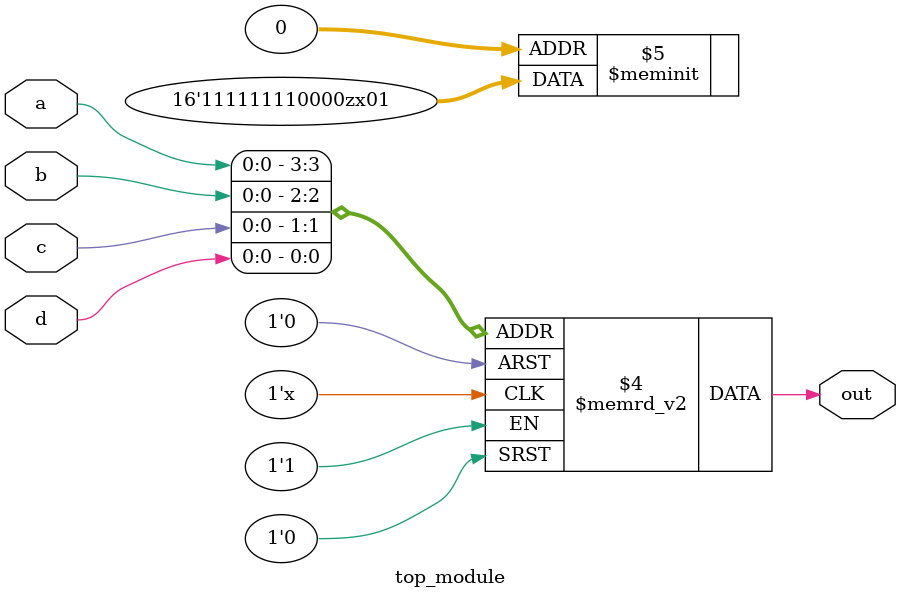
<source format=sv>
module top_module (
    input a, 
    input b,
    input c,
    input d,
    output reg out
);

always @(*)
begin
    case({a,b,c,d})
        4'b0000: out = 1'b1;
        4'b0001: out = 1'b0;
        4'b0010: out = 1'bx;
        4'b0011: out = 1'bz; // Changed don't-care condition to 'z'
        4'b0100: out = 1'b0;
        4'b0101: out = 1'b0;
        4'b0110: out = 1'b0;
        4'b0111: out = 1'b0;
        4'b1000: out = 1'b1;
        4'b1001: out = 1'b1;
        4'b1010: out = 1'b1;
        4'b1011: out = 1'b1;
        4'b1100: out = 1'b1;
        4'b1101: out = 1'b1;
        4'b1110: out = 1'b1;
        default: out = 1'b1;
    endcase
end

endmodule

</source>
